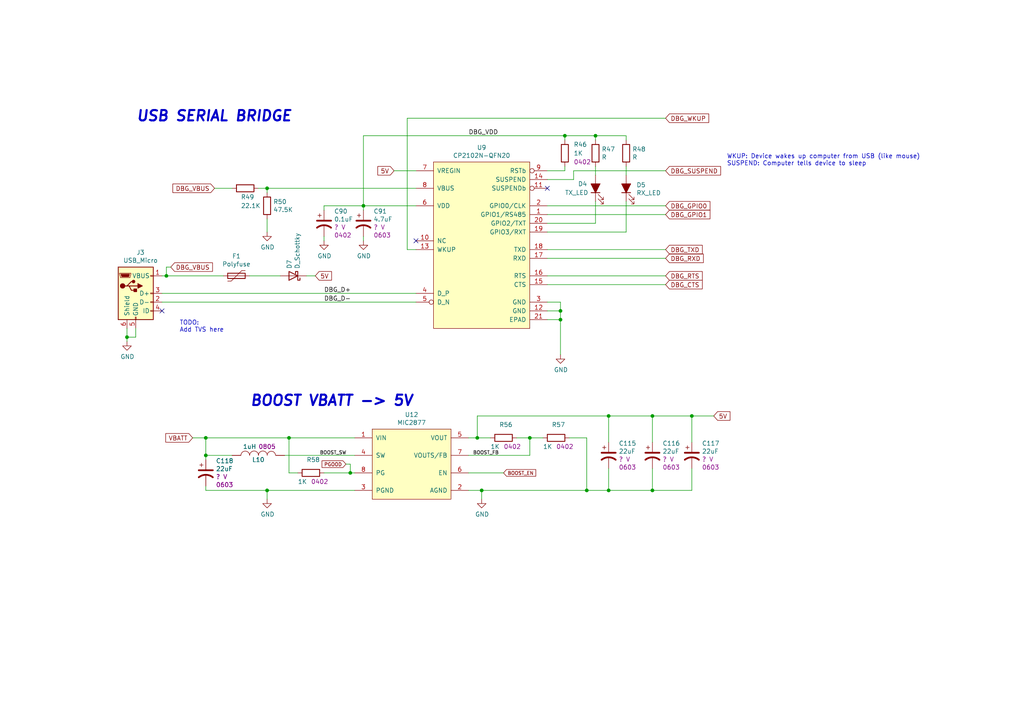
<source format=kicad_sch>
(kicad_sch (version 20211123) (generator eeschema)
  (paper "A4")
  (lib_symbols
    (symbol "Connector:USB_B_Micro" (pin_names (offset 1.016))
      (property "Reference" "J" (at -5.08 11.43 0))
      (property "Value" "USB_B_Micro" (at -5.08 8.89 0))
      (symbol "USB_B_Micro_0_1"
        (rectangle (start -5.08 -7.62) (end 5.08 7.62) (stroke (width 0.254)) (fill (type background)))
        (circle (center -3.81 2.159) (radius 0.635) (stroke (width 0.254)) (fill (type outline)))
        (circle (center -0.635 3.429) (radius 0.381) (stroke (width 0.254)) (fill (type outline)))
        (rectangle (start -0.127 -7.62) (end 0.127 -6.858))
        (polyline (pts (xy -1.905 2.159) (xy 0.635 2.159)) (stroke (width 0.254)))
        (polyline (pts (xy -3.175 2.159) (xy -2.54 2.159) (xy -1.27 3.429) (xy -0.635 3.429)) (stroke (width 0.254)))
        (polyline (pts (xy -2.54 2.159) (xy -1.905 2.159) (xy -1.27 0.889) (xy 0 0.889)) (stroke (width 0.254)))
        (polyline (pts (xy 0.635 2.794) (xy 0.635 1.524) (xy 1.905 2.159) (xy 0.635 2.794)) (stroke (width 0.254)) (fill (type outline)))
        (polyline (pts (xy -4.318 5.588) (xy -1.778 5.588) (xy -2.032 4.826) (xy -4.064 4.826) (xy -4.318 5.588)) (fill (type outline)))
        (polyline (pts (xy -4.699 5.842) (xy -4.699 5.588) (xy -4.445 4.826) (xy -4.445 4.572) (xy -1.651 4.572) (xy -1.651 4.826) (xy -1.397 5.588) (xy -1.397 5.842) (xy -4.699 5.842)))
        (rectangle (start 0.254 1.27) (end -0.508 0.508) (stroke (width 0.254)) (fill (type outline)))
        (rectangle (start 5.08 -5.207) (end 4.318 -4.953))
        (rectangle (start 5.08 -2.667) (end 4.318 -2.413))
        (rectangle (start 5.08 -0.127) (end 4.318 0.127))
        (rectangle (start 5.08 4.953) (end 4.318 5.207))
      )
      (symbol "USB_B_Micro_1_1"
        (pin power_out line (at 7.62 5.08 180) (length 2.54) (name "VBUS") (number "1"))
        (pin bidirectional line (at 7.62 -2.54 180) (length 2.54) (name "D-") (number "2"))
        (pin bidirectional line (at 7.62 0 180) (length 2.54) (name "D+") (number "3"))
        (pin passive line (at 7.62 -5.08 180) (length 2.54) (name "ID") (number "4"))
        (pin power_out line (at 0 -10.16 90) (length 2.54) (name "GND") (number "5"))
        (pin passive line (at -2.54 -10.16 90) (length 2.54) (name "Shield") (number "6"))
      )
    )
    (symbol "Device:CP1" (pin_numbers hide) (pin_names (offset 0.254) hide)
      (property "Reference" "C" (at 0.635 2.54 0))
      (property "Value" "Device_CP1" (at 0.635 -2.54 0))
      (symbol "CP1_0_1"
        (polyline (pts (xy -2.032 0.762) (xy 2.032 0.762)) (stroke (width 0.508)))
        (polyline (pts (xy -1.778 2.286) (xy -0.762 2.286)))
        (polyline (pts (xy -1.27 1.778) (xy -1.27 2.794)))
        (arc (start 2.032 -1.27) (mid 0 -0.5572) (end -2.032 -1.27) (stroke (width 0.508)))
      )
      (symbol "CP1_1_1"
        (pin passive line (at 0 3.81 270) (length 2.794) (name "~") (number "1"))
        (pin passive line (at 0 -3.81 90) (length 3.302) (name "~") (number "2"))
      )
    )
    (symbol "Device:D_Schottky" (pin_numbers hide) (pin_names (offset 1.016) hide)
      (property "Reference" "D" (at 0 2.54 0))
      (property "Value" "D_Schottky" (at 0 -2.54 0))
      (symbol "D_Schottky_0_1"
        (polyline (pts (xy 1.27 0) (xy -1.27 0)))
        (polyline (pts (xy 1.27 1.27) (xy 1.27 -1.27) (xy -1.27 0) (xy 1.27 1.27)) (stroke (width 0.254)))
        (polyline (pts (xy -1.905 0.635) (xy -1.905 1.27) (xy -1.27 1.27) (xy -1.27 -1.27) (xy -0.635 -1.27) (xy -0.635 -0.635)) (stroke (width 0.254)))
      )
      (symbol "D_Schottky_1_1"
        (pin passive line (at -3.81 0 0) (length 2.54) (name "K") (number "1"))
        (pin passive line (at 3.81 0 180) (length 2.54) (name "A") (number "2"))
      )
    )
    (symbol "Device:LED_ALT" (pin_numbers hide) (pin_names (offset 1.016) hide)
      (property "Reference" "D" (at 0 2.54 0))
      (property "Value" "Device_LED_ALT" (at 0 -2.54 0))
      (symbol "LED_ALT_0_1"
        (polyline (pts (xy -1.27 -1.27) (xy -1.27 1.27)) (stroke (width 0.254)))
        (polyline (pts (xy -1.27 0) (xy 1.27 0)))
        (polyline (pts (xy 1.27 -1.27) (xy 1.27 1.27) (xy -1.27 0) (xy 1.27 -1.27)) (stroke (width 0.254)) (fill (type outline)))
        (polyline (pts (xy -3.048 -0.762) (xy -4.572 -2.286) (xy -3.81 -2.286) (xy -4.572 -2.286) (xy -4.572 -1.524)))
        (polyline (pts (xy -1.778 -0.762) (xy -3.302 -2.286) (xy -2.54 -2.286) (xy -3.302 -2.286) (xy -3.302 -1.524)))
      )
      (symbol "LED_ALT_1_1"
        (pin passive line (at -3.81 0 0) (length 2.54) (name "K") (number "1"))
        (pin passive line (at 3.81 0 180) (length 2.54) (name "A") (number "2"))
      )
    )
    (symbol "Device:Polyfuse" (pin_numbers hide) (pin_names (offset 0))
      (property "Reference" "F" (at -2.54 0 90))
      (property "Value" "Polyfuse" (at 2.54 0 90))
      (symbol "Polyfuse_0_1"
        (rectangle (start -0.762 2.54) (end 0.762 -2.54) (stroke (width 0.254)))
        (polyline (pts (xy 0 2.54) (xy 0 -2.54)))
        (polyline (pts (xy -1.524 2.54) (xy -1.524 1.524) (xy 1.524 -1.524) (xy 1.524 -2.54)))
      )
      (symbol "Polyfuse_1_1"
        (pin passive line (at 0 3.81 270) (length 1.27) (name "~") (number "1"))
        (pin passive line (at 0 -3.81 90) (length 1.27) (name "~") (number "2"))
      )
    )
    (symbol "Device:R" (pin_numbers hide) (pin_names (offset 0))
      (property "Reference" "R" (at 2.032 0 90))
      (property "Value" "R" (at 0 0 90))
      (symbol "R_0_1"
        (rectangle (start -1.016 -2.54) (end 1.016 2.54) (stroke (width 0.254)))
      )
      (symbol "R_1_1"
        (pin passive line (at 0 3.81 270) (length 1.27) (name "~") (number "1"))
        (pin passive line (at 0 -3.81 90) (length 1.27) (name "~") (number "2"))
      )
    )
    (symbol "custom_components:CP2102N-QFN20" (pin_names (offset 1.016))
      (property "Reference" "U" (at -12.7 24.13 0))
      (property "Value" "CP2102N-QFN20" (at 5.08 24.13 0))
      (symbol "CP2102N-QFN20_0_1"
        (rectangle (start -13.97 22.86) (end 13.97 -25.4) (fill (type background)))
      )
      (symbol "CP2102N-QFN20_1_1"
        (pin bidirectional line (at 19.05 7.62 180) (length 5.08) (name "GPIO1/RS485") (number "1"))
        (pin input line (at -19.05 0 0) (length 5.08) (name "NC") (number "10"))
        (pin output inverted (at 19.05 15.24 180) (length 5.08) (name "SUSPENDb") (number "11"))
        (pin power_in line (at 19.05 -20.32 180) (length 5.08) (name "GND") (number "12"))
        (pin input line (at -19.05 -2.54 0) (length 5.08) (name "WKUP") (number "13"))
        (pin output line (at 19.05 17.78 180) (length 5.08) (name "SUSPEND") (number "14"))
        (pin input line (at 19.05 -12.7 180) (length 5.08) (name "CTS") (number "15"))
        (pin output line (at 19.05 -10.16 180) (length 5.08) (name "RTS") (number "16"))
        (pin input line (at 19.05 -5.08 180) (length 5.08) (name "RXD") (number "17"))
        (pin output line (at 19.05 -2.54 180) (length 5.08) (name "TXD") (number "18"))
        (pin output line (at 19.05 2.54 180) (length 5.08) (name "GPIO3/RXT") (number "19"))
        (pin bidirectional line (at 19.05 10.16 180) (length 5.08) (name "GPIO0/CLK") (number "2"))
        (pin output line (at 19.05 5.08 180) (length 5.08) (name "GPIO2/TXT") (number "20"))
        (pin power_in line (at 19.05 -22.86 180) (length 5.08) (name "EPAD") (number "21"))
        (pin power_in line (at 19.05 -17.78 180) (length 5.08) (name "GND") (number "3"))
        (pin bidirectional line (at -19.05 -15.24 0) (length 5.08) (name "D_P") (number "4"))
        (pin bidirectional inverted (at -19.05 -17.78 0) (length 5.08) (name "D_N") (number "5"))
        (pin power_in line (at -19.05 10.16 0) (length 5.08) (name "VDD") (number "6"))
        (pin power_in line (at -19.05 20.32 0) (length 5.08) (name "VREGIN") (number "7"))
        (pin power_in line (at -19.05 15.24 0) (length 5.08) (name "VBUS") (number "8"))
        (pin input inverted (at 19.05 20.32 180) (length 5.08) (name "RSTb") (number "9"))
      )
    )
    (symbol "custom_components:MIC2877" (pin_names (offset 1.016))
      (property "Reference" "U" (at 0 0 0))
      (property "Value" "MIC2877" (at 0 0 0))
      (symbol "MIC2877_0_1"
        (rectangle (start -11.43 0) (end 11.43 -20.32) (fill (type background)))
      )
      (symbol "MIC2877_1_1"
        (pin power_in line (at -16.51 -2.54 0) (length 5.08) (name "VIN") (number "1"))
        (pin passive line (at 16.51 -17.78 180) (length 5.08) (name "AGND") (number "2"))
        (pin passive line (at -16.51 -17.78 0) (length 5.08) (name "PGND") (number "3"))
        (pin passive line (at -16.51 -7.62 0) (length 5.08) (name "SW") (number "4"))
        (pin power_out line (at 16.51 -2.54 180) (length 5.08) (name "VOUT") (number "5"))
        (pin input line (at 16.51 -12.7 180) (length 5.08) (name "EN") (number "6"))
        (pin passive line (at 16.51 -7.62 180) (length 5.08) (name "VOUTS/FB") (number "7"))
        (pin output line (at -16.51 -12.7 0) (length 5.08) (name "PG") (number "8"))
      )
    )
    (symbol "nano-rescue:INDUCTOR" (pin_numbers hide) (pin_names (offset 1.016) hide)
      (property "Reference" "L" (at -1.27 0 90))
      (property "Value" "INDUCTOR" (at 2.54 0 90))
      (symbol "INDUCTOR_0_1"
        (arc (start 0.0254 -5.0546) (mid 1.2449 -3.8097) (end 0.0254 -2.54))
        (arc (start 0.0254 -2.5146) (mid 1.2703 -1.2444) (end 0.0254 0.0508))
        (arc (start 0.0254 0.0254) (mid 1.2703 1.2956) (end 0.0254 2.5908))
        (arc (start 0.0254 2.5654) (mid 1.1941 3.7595) (end 0.0254 4.9784))
      )
      (symbol "INDUCTOR_1_1"
        (pin passive line (at 0 7.62 270) (length 2.54) (name "1") (number "1"))
        (pin passive line (at 0 -7.62 90) (length 2.54) (name "2") (number "2"))
      )
    )
    (symbol "power:GND" (power) (pin_names (offset 0))
      (property "Value" "GND" (at 0 -3.81 0))
      (symbol "GND_0_1"
        (polyline (pts (xy 0 0) (xy 0 -1.27) (xy 1.27 -1.27) (xy 0 -2.54) (xy -1.27 -1.27) (xy 0 -1.27)))
      )
      (symbol "GND_1_1"
        (pin power_in line (at 0 0 270) (length 0) hide (name "GND") (number "1"))
      )
    )
  )
  (junction (at 162.56 92.71))
  (junction (at 59.69 132.08))
  (junction (at 138.43 127))
  (junction (at 83.82 127))
  (junction (at 176.53 120.65))
  (junction (at 176.53 142.24))
  (junction (at 59.69 127))
  (junction (at 139.7 142.24))
  (junction (at 200.66 120.65))
  (junction (at 153.67 127))
  (junction (at 170.18 142.24))
  (junction (at 77.47 54.61))
  (junction (at 172.72 39.37))
  (junction (at 48.26 80.01))
  (junction (at 101.6 137.16))
  (junction (at 189.23 120.65))
  (junction (at 105.41 59.69))
  (junction (at 163.83 39.37))
  (junction (at 36.83 97.79))
  (junction (at 77.47 142.24))
  (junction (at 189.23 142.24))
  (junction (at 162.56 90.17))
  (no_connect (at 46.99 90.17))
  (no_connect (at 120.65 69.85))
  (no_connect (at 158.75 54.61))
  (wire (pts (xy 46.99 85.09) (xy 120.65 85.09)))
  (wire (pts (xy 153.67 132.08) (xy 135.89 132.08)))
  (wire (pts (xy 72.39 80.01) (xy 81.28 80.01)))
  (wire (pts (xy 200.66 120.65) (xy 200.66 128.27)))
  (wire (pts (xy 149.86 127) (xy 153.67 127)))
  (wire (pts (xy 153.67 127) (xy 153.67 132.08)))
  (wire (pts (xy 162.56 90.17) (xy 162.56 92.71)))
  (wire (pts (xy 138.43 127) (xy 138.43 120.65)))
  (wire (pts (xy 105.41 68.58) (xy 105.41 69.85)))
  (wire (pts (xy 166.37 49.53) (xy 193.04 49.53)))
  (wire (pts (xy 49.53 77.47) (xy 48.26 77.47)))
  (wire (pts (xy 46.99 87.63) (xy 120.65 87.63)))
  (wire (pts (xy 189.23 142.24) (xy 176.53 142.24)))
  (wire (pts (xy 158.75 82.55) (xy 193.04 82.55)))
  (wire (pts (xy 118.11 72.39) (xy 120.65 72.39)))
  (wire (pts (xy 181.61 58.42) (xy 181.61 67.31)))
  (wire (pts (xy 172.72 64.77) (xy 158.75 64.77)))
  (wire (pts (xy 146.05 137.16) (xy 135.89 137.16)))
  (wire (pts (xy 120.65 49.53) (xy 114.3 49.53)))
  (wire (pts (xy 158.75 59.69) (xy 193.04 59.69)))
  (wire (pts (xy 162.56 87.63) (xy 162.56 90.17)))
  (wire (pts (xy 93.98 59.69) (xy 105.41 59.69)))
  (wire (pts (xy 158.75 72.39) (xy 193.04 72.39)))
  (wire (pts (xy 181.61 48.26) (xy 181.61 50.8)))
  (wire (pts (xy 158.75 92.71) (xy 162.56 92.71)))
  (wire (pts (xy 82.55 132.08) (xy 102.87 132.08)))
  (wire (pts (xy 163.83 49.53) (xy 158.75 49.53)))
  (wire (pts (xy 77.47 54.61) (xy 120.65 54.61)))
  (wire (pts (xy 166.37 52.07) (xy 166.37 49.53)))
  (wire (pts (xy 46.99 80.01) (xy 48.26 80.01)))
  (wire (pts (xy 193.04 34.29) (xy 118.11 34.29)))
  (wire (pts (xy 200.66 135.89) (xy 200.66 142.24)))
  (wire (pts (xy 207.01 120.65) (xy 200.66 120.65)))
  (wire (pts (xy 158.75 87.63) (xy 162.56 87.63)))
  (wire (pts (xy 101.6 137.16) (xy 102.87 137.16)))
  (wire (pts (xy 59.69 142.24) (xy 59.69 140.97)))
  (wire (pts (xy 176.53 142.24) (xy 170.18 142.24)))
  (wire (pts (xy 100.33 134.62) (xy 101.6 134.62)))
  (wire (pts (xy 39.37 97.79) (xy 36.83 97.79)))
  (wire (pts (xy 48.26 80.01) (xy 64.77 80.01)))
  (wire (pts (xy 77.47 63.5) (xy 77.47 67.31)))
  (wire (pts (xy 172.72 58.42) (xy 172.72 64.77)))
  (wire (pts (xy 176.53 128.27) (xy 176.53 120.65)))
  (wire (pts (xy 59.69 132.08) (xy 67.31 132.08)))
  (wire (pts (xy 105.41 59.69) (xy 105.41 39.37)))
  (wire (pts (xy 83.82 137.16) (xy 86.36 137.16)))
  (wire (pts (xy 118.11 34.29) (xy 118.11 72.39)))
  (wire (pts (xy 36.83 97.79) (xy 36.83 95.25)))
  (wire (pts (xy 142.24 127) (xy 138.43 127)))
  (wire (pts (xy 83.82 127) (xy 102.87 127)))
  (wire (pts (xy 77.47 54.61) (xy 77.47 55.88)))
  (wire (pts (xy 170.18 127) (xy 170.18 142.24)))
  (wire (pts (xy 158.75 80.01) (xy 193.04 80.01)))
  (wire (pts (xy 74.93 54.61) (xy 77.47 54.61)))
  (wire (pts (xy 172.72 39.37) (xy 181.61 39.37)))
  (wire (pts (xy 165.1 127) (xy 170.18 127)))
  (wire (pts (xy 162.56 92.71) (xy 162.56 102.87)))
  (wire (pts (xy 163.83 48.26) (xy 163.83 49.53)))
  (wire (pts (xy 77.47 142.24) (xy 102.87 142.24)))
  (wire (pts (xy 158.75 90.17) (xy 162.56 90.17)))
  (wire (pts (xy 105.41 59.69) (xy 120.65 59.69)))
  (wire (pts (xy 200.66 142.24) (xy 189.23 142.24)))
  (wire (pts (xy 172.72 48.26) (xy 172.72 50.8)))
  (wire (pts (xy 139.7 142.24) (xy 139.7 144.78)))
  (wire (pts (xy 101.6 134.62) (xy 101.6 137.16)))
  (wire (pts (xy 93.98 59.69) (xy 93.98 60.96)))
  (wire (pts (xy 67.31 54.61) (xy 62.23 54.61)))
  (wire (pts (xy 170.18 142.24) (xy 139.7 142.24)))
  (wire (pts (xy 163.83 39.37) (xy 172.72 39.37)))
  (wire (pts (xy 189.23 120.65) (xy 189.23 128.27)))
  (wire (pts (xy 138.43 120.65) (xy 176.53 120.65)))
  (wire (pts (xy 39.37 95.25) (xy 39.37 97.79)))
  (wire (pts (xy 158.75 74.93) (xy 193.04 74.93)))
  (wire (pts (xy 135.89 142.24) (xy 139.7 142.24)))
  (wire (pts (xy 163.83 39.37) (xy 163.83 40.64)))
  (wire (pts (xy 83.82 137.16) (xy 83.82 127)))
  (wire (pts (xy 59.69 132.08) (xy 59.69 133.35)))
  (wire (pts (xy 105.41 39.37) (xy 163.83 39.37)))
  (wire (pts (xy 176.53 135.89) (xy 176.53 142.24)))
  (wire (pts (xy 172.72 39.37) (xy 172.72 40.64)))
  (wire (pts (xy 59.69 127) (xy 83.82 127)))
  (wire (pts (xy 176.53 120.65) (xy 189.23 120.65)))
  (wire (pts (xy 189.23 120.65) (xy 200.66 120.65)))
  (wire (pts (xy 59.69 142.24) (xy 77.47 142.24)))
  (wire (pts (xy 105.41 59.69) (xy 105.41 60.96)))
  (wire (pts (xy 189.23 135.89) (xy 189.23 142.24)))
  (wire (pts (xy 88.9 80.01) (xy 91.44 80.01)))
  (wire (pts (xy 153.67 127) (xy 157.48 127)))
  (wire (pts (xy 93.98 68.58) (xy 93.98 69.85)))
  (wire (pts (xy 48.26 77.47) (xy 48.26 80.01)))
  (wire (pts (xy 181.61 39.37) (xy 181.61 40.64)))
  (wire (pts (xy 55.88 127) (xy 59.69 127)))
  (wire (pts (xy 138.43 127) (xy 135.89 127)))
  (wire (pts (xy 93.98 137.16) (xy 101.6 137.16)))
  (wire (pts (xy 77.47 144.78) (xy 77.47 142.24)))
  (wire (pts (xy 158.75 52.07) (xy 166.37 52.07)))
  (wire (pts (xy 36.83 99.06) (xy 36.83 97.79)))
  (wire (pts (xy 59.69 127) (xy 59.69 132.08)))
  (wire (pts (xy 158.75 62.23) (xy 193.04 62.23)))
  (wire (pts (xy 181.61 67.31) (xy 158.75 67.31)))
  (text "BOOST VBATT -> 5V" (at 72.39 118.11 0) (effects (font (size 2.9972 2.9972) (thickness 0.5994) bold italic) (justify left bottom)))
  (text "WKUP: Device wakes up computer from USB (like mouse)\nSUSPEND: Computer tells device to sleep" (at 210.82 48.26 0) (effects (font (size 1.27 1.27)) (justify left bottom)))
  (text "TODO:\nAdd TVS here" (at 52.07 96.52 0) (effects (font (size 1.27 1.27)) (justify left bottom)))
  (text "USB SERIAL BRIDGE" (at 39.37 35.56 0) (effects (font (size 2.9972 2.9972) (thickness 0.5994) bold italic) (justify left bottom)))
  (label "BOOST_SW" (at 92.71 132.08 0) (effects (font (size 0.9906 0.9906))))
  (label "DBG_D+" (at 93.98 85.09 0))
  (label "BOOST_FB" (at 137.16 132.08 0) (effects (font (size 0.9906 0.9906))))
  (label "DBG_VDD" (at 135.89 39.37 0))
  (label "DBG_D-" (at 93.98 87.63 0))
  (global_label "DBG_VBUS" (shape input) (at 62.23 54.61 180) (property "Intersheet References" "${INTERSHEET_REFS}" (effects hide)))
  (global_label "VBATT" (shape input) (at 55.88 127 180) (property "Intersheet References" "${INTERSHEET_REFS}" (effects hide)))
  (global_label "PGOOD" (shape input) (at 100.33 134.62 180) (effects (font (size 0.9906 0.9906))) (property "Intersheet References" "${INTERSHEET_REFS}" (effects hide)))
  (global_label "BOOST_EN" (shape input) (at 146.05 137.16 0) (effects (font (size 0.9906 0.9906))) (property "Intersheet References" "${INTERSHEET_REFS}" (effects hide)))
  (global_label "DBG_VBUS" (shape input) (at 49.53 77.47 0) (property "Intersheet References" "${INTERSHEET_REFS}" (effects hide)))
  (global_label "5V" (shape input) (at 207.01 120.65 0) (property "Intersheet References" "${INTERSHEET_REFS}" (effects hide)))
  (global_label "DBG_SUSPEND" (shape input) (at 193.04 49.53 0) (property "Intersheet References" "${INTERSHEET_REFS}" (effects hide)))
  (global_label "5V" (shape input) (at 91.44 80.01 0) (property "Intersheet References" "${INTERSHEET_REFS}" (effects hide)))
  (global_label "DBG_GPIO0" (shape input) (at 193.04 59.69 0) (property "Intersheet References" "${INTERSHEET_REFS}" (effects hide)))
  (global_label "DBG_CTS" (shape input) (at 193.04 82.55 0) (property "Intersheet References" "${INTERSHEET_REFS}" (effects hide)))
  (global_label "DBG_WKUP" (shape input) (at 193.04 34.29 0) (property "Intersheet References" "${INTERSHEET_REFS}" (effects hide)))
  (global_label "DBG_GPIO1" (shape input) (at 193.04 62.23 0) (property "Intersheet References" "${INTERSHEET_REFS}" (effects hide)))
  (global_label "5V" (shape input) (at 114.3 49.53 180) (property "Intersheet References" "${INTERSHEET_REFS}" (effects hide)))
  (global_label "DBG_RTS" (shape input) (at 193.04 80.01 0) (property "Intersheet References" "${INTERSHEET_REFS}" (effects hide)))
  (global_label "DBG_RXD" (shape input) (at 193.04 74.93 0) (property "Intersheet References" "${INTERSHEET_REFS}" (effects hide)))
  (global_label "DBG_TXD" (shape input) (at 193.04 72.39 0) (property "Intersheet References" "${INTERSHEET_REFS}" (effects hide)))
  (symbol (lib_id "Device:R") (at 163.83 44.45 0) (unit 1)
    (property "Reference" "R46" (at 166.37 41.91 0) (effects (justify left)))
    (property "Value" "1K" (at 166.37 44.45 0) (effects (justify left)))
    (property "Footprint" "Custom Components:R_0402_narrow" (effects hide))
    (property "SMD Size" "0402" (at 168.91 46.99 0))
  )
  (symbol (lib_id "Device:R") (at 172.72 44.45 0) (unit 1)
    (property "Reference" "R47" (at 174.498 43.2816 0) (effects (justify left)))
    (property "Value" "R" (at 174.498 45.593 0) (effects (justify left)))
    (property "Footprint" "Custom Components:R_0402_narrow" (effects hide))
  )
  (symbol (lib_id "Device:R") (at 181.61 44.45 0) (unit 1)
    (property "Reference" "R48" (at 183.388 43.2816 0) (effects (justify left)))
    (property "Value" "R" (at 183.388 45.593 0) (effects (justify left)))
    (property "Footprint" "Custom Components:R_0402_narrow" (effects hide))
  )
  (symbol (lib_id "Device:LED_ALT") (at 172.72 54.61 90) (unit 1)
    (property "Reference" "D4" (at 167.64 53.34 90) (effects (justify right)))
    (property "Value" "TX_LED" (at 163.83 55.88 90) (effects (justify right)))
    (property "Footprint" "LED_SMD:LED_0402_1005Metric" (effects hide))
  )
  (symbol (lib_id "Device:LED_ALT") (at 181.61 54.61 90) (unit 1)
    (property "Reference" "D5" (at 184.5818 53.6448 90) (effects (justify right)))
    (property "Value" "RX_LED" (at 184.5818 55.9562 90) (effects (justify right)))
    (property "Footprint" "LED_SMD:LED_0402_1005Metric" (effects hide))
  )
  (symbol (lib_id "custom_components:CP2102N-QFN20") (at 139.7 69.85 0) (unit 1)
    (property "Reference" "U9" (at 139.7 42.799 0))
    (property "Value" "CP2102N-QFN20" (at 139.7 45.1104 0))
    (property "Footprint" "Custom Components:SiliconLabs_QFN-20-1EP_3x3mm_CUSTOM" (effects hide))
  )
  (symbol (lib_id "Device:R") (at 71.12 54.61 270) (unit 1)
    (property "Reference" "R49" (at 69.85 57.15 90) (effects (justify left)))
    (property "Value" "22.1K" (at 69.85 59.69 90) (effects (justify left)))
    (property "Footprint" "Custom Components:R_0402_narrow" (effects hide))
  )
  (symbol (lib_id "Device:R") (at 77.47 59.69 0) (unit 1)
    (property "Reference" "R50" (at 79.248 58.5216 0) (effects (justify left)))
    (property "Value" "47.5K" (at 79.248 60.833 0) (effects (justify left)))
    (property "Footprint" "Custom Components:R_0402_narrow" (effects hide))
  )
  (symbol (lib_id "power:GND") (at 77.47 67.31 0) (unit 1)
    (property "Reference" "#PWR087" (effects hide))
    (property "Value" "GND" (at 77.597 71.7042 0))
  )
  (symbol (lib_id "power:GND") (at 162.56 102.87 0) (unit 1)
    (property "Reference" "#PWR088" (effects hide))
    (property "Value" "GND" (at 162.687 107.2642 0))
  )
  (symbol (lib_id "Device:CP1") (at 105.41 64.77 0)
    (property "Reference" "C91" (at 108.331 61.2902 0) (effects (justify left)))
    (property "Value" "4.7uF" (at 108.331 63.6016 0) (effects (justify left)))
    (property "Footprint" "Custom Components:C_0603_narrow" (effects hide))
    (property "Voltage" "? V" (at 108.331 65.913 0) (effects (justify left)))
    (property "SMD size" "0603" (at 108.331 68.2244 0) (effects (justify left)))
  )
  (symbol (lib_id "Device:CP1") (at 93.98 64.77 0)
    (property "Reference" "C90" (at 96.901 61.2902 0) (effects (justify left)))
    (property "Value" "0.1uF" (at 96.901 63.6016 0) (effects (justify left)))
    (property "Footprint" "Custom Components:C_0402_narrow" (effects hide))
    (property "Voltage" "? V" (at 96.901 65.913 0) (effects (justify left)))
    (property "SMD size" "0402" (at 96.901 68.2244 0) (effects (justify left)))
  )
  (symbol (lib_id "power:GND") (at 105.41 69.85 0) (unit 1)
    (property "Reference" "#PWR0113" (effects hide))
    (property "Value" "GND" (at 105.537 74.2442 0))
  )
  (symbol (lib_id "power:GND") (at 93.98 69.85 0) (unit 1)
    (property "Reference" "#PWR0114" (effects hide))
    (property "Value" "GND" (at 94.107 74.2442 0))
  )
  (symbol (lib_id "Connector:USB_B_Micro") (at 39.37 85.09 0)
    (property "Reference" "J3" (at 40.767 73.2282 0))
    (property "Value" "USB_Micro" (at 40.767 75.5396 0))
    (property "Footprint" "Custom Components:MCR-B-S-RA-SMT-CS5" (effects hide))
  )
  (symbol (lib_id "Device:Polyfuse") (at 68.58 80.01 270)
    (property "Reference" "F1" (at 68.58 74.295 90))
    (property "Value" "Polyfuse" (at 68.58 76.6064 90))
    (property "Footprint" "Diode_SMD:D_0805_2012Metric" (effects hide))
  )
  (symbol (lib_id "Device:D_Schottky") (at 85.09 80.01 180)
    (property "Reference" "D7" (at 83.9216 78.0034 90) (effects (justify right)))
    (property "Value" "D_Schottky" (at 86.233 78.0034 90) (effects (justify right)))
    (property "Footprint" "Diode_SMD:D_0805_2012Metric" (effects hide))
  )
  (symbol (lib_id "power:GND") (at 36.83 99.06 0)
    (property "Reference" "#PWR0115" (effects hide))
    (property "Value" "GND" (at 36.957 103.4542 0))
  )
  (symbol (lib_id "custom_components:MIC2877") (at 119.38 124.46 0) (unit 1)
    (property "Reference" "U12" (at 119.38 120.269 0))
    (property "Value" "MIC2877" (at 119.38 122.5804 0))
    (property "Footprint" "Custom Components:MIC2877" (effects hide))
  )
  (symbol (lib_id "nano-rescue:INDUCTOR") (at 74.93 132.08 270) (mirror x)
    (property "Reference" "L10" (at 74.93 133.35 90))
    (property "Value" "1uH" (at 72.39 129.54 90))
    (property "Footprint" "Inductor_SMD:L_Bourns-SRN4018" (effects hide))
    (property "SMD size" "0805" (at 77.47 129.54 90))
  )
  (symbol (lib_id "Device:CP1") (at 59.69 137.16 0)
    (property "Reference" "C118" (at 62.611 133.6802 0) (effects (justify left)))
    (property "Value" "22uF" (at 62.611 135.9916 0) (effects (justify left)))
    (property "Footprint" "Custom Components:C_0603_narrow" (effects hide))
    (property "Voltage" "? V" (at 62.611 138.303 0) (effects (justify left)))
    (property "SMD size" "0603" (at 62.611 140.6144 0) (effects (justify left)))
  )
  (symbol (lib_id "power:GND") (at 77.47 144.78 0) (unit 1)
    (property "Reference" "#PWR0120" (effects hide))
    (property "Value" "GND" (at 77.597 149.1742 0))
  )
  (symbol (lib_id "Device:R") (at 146.05 127 270) (unit 1)
    (property "Reference" "R56" (at 144.78 123.19 90) (effects (justify left)))
    (property "Value" "1K" (at 142.24 129.54 90) (effects (justify left)))
    (property "Footprint" "Custom Components:R_0402_narrow" (effects hide))
    (property "SMD Size" "0402" (at 148.59 129.54 90))
  )
  (symbol (lib_id "Device:R") (at 161.29 127 270) (unit 1)
    (property "Reference" "R57" (at 160.02 123.19 90) (effects (justify left)))
    (property "Value" "1K" (at 157.48 129.54 90) (effects (justify left)))
    (property "Footprint" "Custom Components:R_0402_narrow" (effects hide))
    (property "SMD Size" "0402" (at 163.83 129.54 90))
  )
  (symbol (lib_id "power:GND") (at 139.7 144.78 0) (unit 1)
    (property "Reference" "#PWR0121" (effects hide))
    (property "Value" "GND" (at 139.827 149.1742 0))
  )
  (symbol (lib_id "Device:CP1") (at 176.53 132.08 0)
    (property "Reference" "C115" (at 179.451 128.6002 0) (effects (justify left)))
    (property "Value" "22uF" (at 179.451 130.9116 0) (effects (justify left)))
    (property "Footprint" "Custom Components:C_0603_narrow" (effects hide))
    (property "Voltage" "? V" (at 179.451 133.223 0) (effects (justify left)))
    (property "SMD size" "0603" (at 179.451 135.5344 0) (effects (justify left)))
  )
  (symbol (lib_id "Device:CP1") (at 189.23 132.08 0)
    (property "Reference" "C116" (at 192.151 128.6002 0) (effects (justify left)))
    (property "Value" "22uF" (at 192.151 130.9116 0) (effects (justify left)))
    (property "Footprint" "Custom Components:C_0603_narrow" (effects hide))
    (property "Voltage" "? V" (at 192.151 133.223 0) (effects (justify left)))
    (property "SMD size" "0603" (at 192.151 135.5344 0) (effects (justify left)))
  )
  (symbol (lib_id "Device:CP1") (at 200.66 132.08 0)
    (property "Reference" "C117" (at 203.581 128.6002 0) (effects (justify left)))
    (property "Value" "22uF" (at 203.581 130.9116 0) (effects (justify left)))
    (property "Footprint" "Custom Components:C_0603_narrow" (effects hide))
    (property "Voltage" "? V" (at 203.581 133.223 0) (effects (justify left)))
    (property "SMD size" "0603" (at 203.581 135.5344 0) (effects (justify left)))
  )
  (symbol (lib_id "Device:R") (at 90.17 137.16 270) (unit 1)
    (property "Reference" "R58" (at 88.9 133.35 90) (effects (justify left)))
    (property "Value" "1K" (at 86.36 139.7 90) (effects (justify left)))
    (property "Footprint" "Custom Components:R_0402_narrow" (effects hide))
    (property "SMD Size" "0402" (at 92.71 139.7 90))
  )
)
</source>
